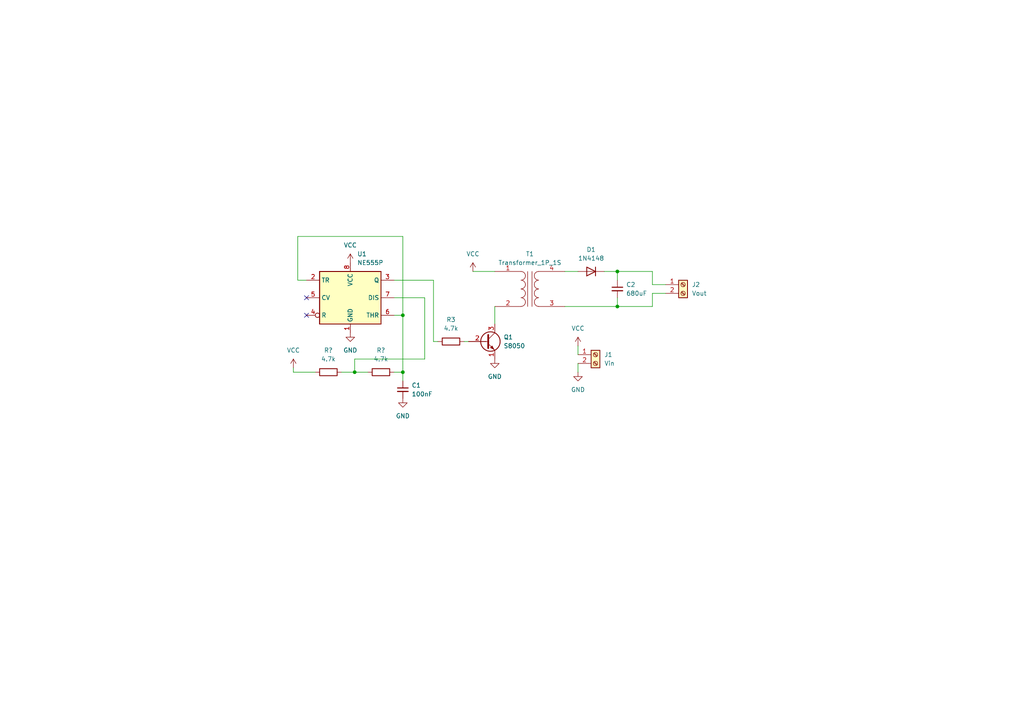
<source format=kicad_sch>
(kicad_sch (version 20211123) (generator eeschema)

  (uuid af347946-e3da-4427-87ab-77b747929f50)

  (paper "A4")

  (lib_symbols
    (symbol "Connector:Screw_Terminal_01x02" (pin_names (offset 1.016) hide) (in_bom yes) (on_board yes)
      (property "Reference" "J" (id 0) (at 0 2.54 0)
        (effects (font (size 1.27 1.27)))
      )
      (property "Value" "Screw_Terminal_01x02" (id 1) (at 0 -5.08 0)
        (effects (font (size 1.27 1.27)))
      )
      (property "Footprint" "" (id 2) (at 0 0 0)
        (effects (font (size 1.27 1.27)) hide)
      )
      (property "Datasheet" "~" (id 3) (at 0 0 0)
        (effects (font (size 1.27 1.27)) hide)
      )
      (property "ki_keywords" "screw terminal" (id 4) (at 0 0 0)
        (effects (font (size 1.27 1.27)) hide)
      )
      (property "ki_description" "Generic screw terminal, single row, 01x02, script generated (kicad-library-utils/schlib/autogen/connector/)" (id 5) (at 0 0 0)
        (effects (font (size 1.27 1.27)) hide)
      )
      (property "ki_fp_filters" "TerminalBlock*:*" (id 6) (at 0 0 0)
        (effects (font (size 1.27 1.27)) hide)
      )
      (symbol "Screw_Terminal_01x02_1_1"
        (rectangle (start -1.27 1.27) (end 1.27 -3.81)
          (stroke (width 0.254) (type default) (color 0 0 0 0))
          (fill (type background))
        )
        (circle (center 0 -2.54) (radius 0.635)
          (stroke (width 0.1524) (type default) (color 0 0 0 0))
          (fill (type none))
        )
        (polyline
          (pts
            (xy -0.5334 -2.2098)
            (xy 0.3302 -3.048)
          )
          (stroke (width 0.1524) (type default) (color 0 0 0 0))
          (fill (type none))
        )
        (polyline
          (pts
            (xy -0.5334 0.3302)
            (xy 0.3302 -0.508)
          )
          (stroke (width 0.1524) (type default) (color 0 0 0 0))
          (fill (type none))
        )
        (polyline
          (pts
            (xy -0.3556 -2.032)
            (xy 0.508 -2.8702)
          )
          (stroke (width 0.1524) (type default) (color 0 0 0 0))
          (fill (type none))
        )
        (polyline
          (pts
            (xy -0.3556 0.508)
            (xy 0.508 -0.3302)
          )
          (stroke (width 0.1524) (type default) (color 0 0 0 0))
          (fill (type none))
        )
        (circle (center 0 0) (radius 0.635)
          (stroke (width 0.1524) (type default) (color 0 0 0 0))
          (fill (type none))
        )
        (pin passive line (at -5.08 0 0) (length 3.81)
          (name "Pin_1" (effects (font (size 1.27 1.27))))
          (number "1" (effects (font (size 1.27 1.27))))
        )
        (pin passive line (at -5.08 -2.54 0) (length 3.81)
          (name "Pin_2" (effects (font (size 1.27 1.27))))
          (number "2" (effects (font (size 1.27 1.27))))
        )
      )
    )
    (symbol "Device:C_Small" (pin_numbers hide) (pin_names (offset 0.254) hide) (in_bom yes) (on_board yes)
      (property "Reference" "C" (id 0) (at 0.254 1.778 0)
        (effects (font (size 1.27 1.27)) (justify left))
      )
      (property "Value" "C_Small" (id 1) (at 0.254 -2.032 0)
        (effects (font (size 1.27 1.27)) (justify left))
      )
      (property "Footprint" "" (id 2) (at 0 0 0)
        (effects (font (size 1.27 1.27)) hide)
      )
      (property "Datasheet" "~" (id 3) (at 0 0 0)
        (effects (font (size 1.27 1.27)) hide)
      )
      (property "ki_keywords" "capacitor cap" (id 4) (at 0 0 0)
        (effects (font (size 1.27 1.27)) hide)
      )
      (property "ki_description" "Unpolarized capacitor, small symbol" (id 5) (at 0 0 0)
        (effects (font (size 1.27 1.27)) hide)
      )
      (property "ki_fp_filters" "C_*" (id 6) (at 0 0 0)
        (effects (font (size 1.27 1.27)) hide)
      )
      (symbol "C_Small_0_1"
        (polyline
          (pts
            (xy -1.524 -0.508)
            (xy 1.524 -0.508)
          )
          (stroke (width 0.3302) (type default) (color 0 0 0 0))
          (fill (type none))
        )
        (polyline
          (pts
            (xy -1.524 0.508)
            (xy 1.524 0.508)
          )
          (stroke (width 0.3048) (type default) (color 0 0 0 0))
          (fill (type none))
        )
      )
      (symbol "C_Small_1_1"
        (pin passive line (at 0 2.54 270) (length 2.032)
          (name "~" (effects (font (size 1.27 1.27))))
          (number "1" (effects (font (size 1.27 1.27))))
        )
        (pin passive line (at 0 -2.54 90) (length 2.032)
          (name "~" (effects (font (size 1.27 1.27))))
          (number "2" (effects (font (size 1.27 1.27))))
        )
      )
    )
    (symbol "Device:R" (pin_numbers hide) (pin_names (offset 0)) (in_bom yes) (on_board yes)
      (property "Reference" "R" (id 0) (at 2.032 0 90)
        (effects (font (size 1.27 1.27)))
      )
      (property "Value" "R" (id 1) (at 0 0 90)
        (effects (font (size 1.27 1.27)))
      )
      (property "Footprint" "" (id 2) (at -1.778 0 90)
        (effects (font (size 1.27 1.27)) hide)
      )
      (property "Datasheet" "~" (id 3) (at 0 0 0)
        (effects (font (size 1.27 1.27)) hide)
      )
      (property "ki_keywords" "R res resistor" (id 4) (at 0 0 0)
        (effects (font (size 1.27 1.27)) hide)
      )
      (property "ki_description" "Resistor" (id 5) (at 0 0 0)
        (effects (font (size 1.27 1.27)) hide)
      )
      (property "ki_fp_filters" "R_*" (id 6) (at 0 0 0)
        (effects (font (size 1.27 1.27)) hide)
      )
      (symbol "R_0_1"
        (rectangle (start -1.016 -2.54) (end 1.016 2.54)
          (stroke (width 0.254) (type default) (color 0 0 0 0))
          (fill (type none))
        )
      )
      (symbol "R_1_1"
        (pin passive line (at 0 3.81 270) (length 1.27)
          (name "~" (effects (font (size 1.27 1.27))))
          (number "1" (effects (font (size 1.27 1.27))))
        )
        (pin passive line (at 0 -3.81 90) (length 1.27)
          (name "~" (effects (font (size 1.27 1.27))))
          (number "2" (effects (font (size 1.27 1.27))))
        )
      )
    )
    (symbol "Device:Transformer_1P_1S" (pin_names (offset 1.016) hide) (in_bom yes) (on_board yes)
      (property "Reference" "T" (id 0) (at 0 6.35 0)
        (effects (font (size 1.27 1.27)))
      )
      (property "Value" "Transformer_1P_1S" (id 1) (at 0 -7.62 0)
        (effects (font (size 1.27 1.27)))
      )
      (property "Footprint" "" (id 2) (at 0 0 0)
        (effects (font (size 1.27 1.27)) hide)
      )
      (property "Datasheet" "~" (id 3) (at 0 0 0)
        (effects (font (size 1.27 1.27)) hide)
      )
      (property "ki_keywords" "transformer coil magnet" (id 4) (at 0 0 0)
        (effects (font (size 1.27 1.27)) hide)
      )
      (property "ki_description" "Transformer, single primary, single secondary" (id 5) (at 0 0 0)
        (effects (font (size 1.27 1.27)) hide)
      )
      (symbol "Transformer_1P_1S_0_1"
        (arc (start -2.54 -5.0546) (mid -1.6599 -4.6901) (end -1.27 -3.81)
          (stroke (width 0) (type default) (color 0 0 0 0))
          (fill (type none))
        )
        (arc (start -2.54 -2.5146) (mid -1.6599 -2.1501) (end -1.27 -1.27)
          (stroke (width 0) (type default) (color 0 0 0 0))
          (fill (type none))
        )
        (arc (start -2.54 0.0254) (mid -1.6599 0.3899) (end -1.27 1.27)
          (stroke (width 0) (type default) (color 0 0 0 0))
          (fill (type none))
        )
        (arc (start -2.54 2.5654) (mid -1.6599 2.9299) (end -1.27 3.81)
          (stroke (width 0) (type default) (color 0 0 0 0))
          (fill (type none))
        )
        (arc (start -1.27 -3.81) (mid -1.642 -2.912) (end -2.54 -2.54)
          (stroke (width 0) (type default) (color 0 0 0 0))
          (fill (type none))
        )
        (arc (start -1.27 -1.27) (mid -1.642 -0.372) (end -2.54 0)
          (stroke (width 0) (type default) (color 0 0 0 0))
          (fill (type none))
        )
        (arc (start -1.27 1.27) (mid -1.642 2.168) (end -2.54 2.54)
          (stroke (width 0) (type default) (color 0 0 0 0))
          (fill (type none))
        )
        (arc (start -1.27 3.81) (mid -1.642 4.708) (end -2.54 5.08)
          (stroke (width 0) (type default) (color 0 0 0 0))
          (fill (type none))
        )
        (polyline
          (pts
            (xy -0.635 5.08)
            (xy -0.635 -5.08)
          )
          (stroke (width 0) (type default) (color 0 0 0 0))
          (fill (type none))
        )
        (polyline
          (pts
            (xy 0.635 -5.08)
            (xy 0.635 5.08)
          )
          (stroke (width 0) (type default) (color 0 0 0 0))
          (fill (type none))
        )
        (arc (start 1.2954 -1.27) (mid 1.6599 -2.1501) (end 2.54 -2.5146)
          (stroke (width 0) (type default) (color 0 0 0 0))
          (fill (type none))
        )
        (arc (start 1.2954 1.27) (mid 1.6599 0.3899) (end 2.54 0.0254)
          (stroke (width 0) (type default) (color 0 0 0 0))
          (fill (type none))
        )
        (arc (start 1.2954 3.81) (mid 1.6599 2.9299) (end 2.54 2.5654)
          (stroke (width 0) (type default) (color 0 0 0 0))
          (fill (type none))
        )
        (arc (start 1.3208 -3.81) (mid 1.6853 -4.6901) (end 2.5654 -5.0546)
          (stroke (width 0) (type default) (color 0 0 0 0))
          (fill (type none))
        )
        (arc (start 2.54 0) (mid 1.642 -0.372) (end 1.2954 -1.27)
          (stroke (width 0) (type default) (color 0 0 0 0))
          (fill (type none))
        )
        (arc (start 2.54 2.54) (mid 1.642 2.168) (end 1.2954 1.27)
          (stroke (width 0) (type default) (color 0 0 0 0))
          (fill (type none))
        )
        (arc (start 2.54 5.08) (mid 1.642 4.708) (end 1.2954 3.81)
          (stroke (width 0) (type default) (color 0 0 0 0))
          (fill (type none))
        )
        (arc (start 2.5654 -2.54) (mid 1.6674 -2.912) (end 1.3208 -3.81)
          (stroke (width 0) (type default) (color 0 0 0 0))
          (fill (type none))
        )
      )
      (symbol "Transformer_1P_1S_1_1"
        (pin passive line (at -10.16 5.08 0) (length 7.62)
          (name "AA" (effects (font (size 1.27 1.27))))
          (number "1" (effects (font (size 1.27 1.27))))
        )
        (pin passive line (at -10.16 -5.08 0) (length 7.62)
          (name "AB" (effects (font (size 1.27 1.27))))
          (number "2" (effects (font (size 1.27 1.27))))
        )
        (pin passive line (at 10.16 -5.08 180) (length 7.62)
          (name "SA" (effects (font (size 1.27 1.27))))
          (number "3" (effects (font (size 1.27 1.27))))
        )
        (pin passive line (at 10.16 5.08 180) (length 7.62)
          (name "SB" (effects (font (size 1.27 1.27))))
          (number "4" (effects (font (size 1.27 1.27))))
        )
      )
    )
    (symbol "Diode:1N4148" (pin_numbers hide) (pin_names (offset 1.016) hide) (in_bom yes) (on_board yes)
      (property "Reference" "D" (id 0) (at 0 2.54 0)
        (effects (font (size 1.27 1.27)))
      )
      (property "Value" "1N4148" (id 1) (at 0 -2.54 0)
        (effects (font (size 1.27 1.27)))
      )
      (property "Footprint" "Diode_THT:D_DO-35_SOD27_P7.62mm_Horizontal" (id 2) (at 0 -4.445 0)
        (effects (font (size 1.27 1.27)) hide)
      )
      (property "Datasheet" "https://assets.nexperia.com/documents/data-sheet/1N4148_1N4448.pdf" (id 3) (at 0 0 0)
        (effects (font (size 1.27 1.27)) hide)
      )
      (property "ki_keywords" "diode" (id 4) (at 0 0 0)
        (effects (font (size 1.27 1.27)) hide)
      )
      (property "ki_description" "100V 0.15A standard switching diode, DO-35" (id 5) (at 0 0 0)
        (effects (font (size 1.27 1.27)) hide)
      )
      (property "ki_fp_filters" "D*DO?35*" (id 6) (at 0 0 0)
        (effects (font (size 1.27 1.27)) hide)
      )
      (symbol "1N4148_0_1"
        (polyline
          (pts
            (xy -1.27 1.27)
            (xy -1.27 -1.27)
          )
          (stroke (width 0.254) (type default) (color 0 0 0 0))
          (fill (type none))
        )
        (polyline
          (pts
            (xy 1.27 0)
            (xy -1.27 0)
          )
          (stroke (width 0) (type default) (color 0 0 0 0))
          (fill (type none))
        )
        (polyline
          (pts
            (xy 1.27 1.27)
            (xy 1.27 -1.27)
            (xy -1.27 0)
            (xy 1.27 1.27)
          )
          (stroke (width 0.254) (type default) (color 0 0 0 0))
          (fill (type none))
        )
      )
      (symbol "1N4148_1_1"
        (pin passive line (at -3.81 0 0) (length 2.54)
          (name "K" (effects (font (size 1.27 1.27))))
          (number "1" (effects (font (size 1.27 1.27))))
        )
        (pin passive line (at 3.81 0 180) (length 2.54)
          (name "A" (effects (font (size 1.27 1.27))))
          (number "2" (effects (font (size 1.27 1.27))))
        )
      )
    )
    (symbol "Timer:NE555P" (in_bom yes) (on_board yes)
      (property "Reference" "U" (id 0) (at -10.16 8.89 0)
        (effects (font (size 1.27 1.27)) (justify left))
      )
      (property "Value" "NE555P" (id 1) (at 2.54 8.89 0)
        (effects (font (size 1.27 1.27)) (justify left))
      )
      (property "Footprint" "Package_DIP:DIP-8_W7.62mm" (id 2) (at 16.51 -10.16 0)
        (effects (font (size 1.27 1.27)) hide)
      )
      (property "Datasheet" "http://www.ti.com/lit/ds/symlink/ne555.pdf" (id 3) (at 21.59 -10.16 0)
        (effects (font (size 1.27 1.27)) hide)
      )
      (property "ki_keywords" "single timer 555" (id 4) (at 0 0 0)
        (effects (font (size 1.27 1.27)) hide)
      )
      (property "ki_description" "Precision Timers, 555 compatible,  PDIP-8" (id 5) (at 0 0 0)
        (effects (font (size 1.27 1.27)) hide)
      )
      (property "ki_fp_filters" "DIP*W7.62mm*" (id 6) (at 0 0 0)
        (effects (font (size 1.27 1.27)) hide)
      )
      (symbol "NE555P_0_0"
        (pin power_in line (at 0 -10.16 90) (length 2.54)
          (name "GND" (effects (font (size 1.27 1.27))))
          (number "1" (effects (font (size 1.27 1.27))))
        )
        (pin power_in line (at 0 10.16 270) (length 2.54)
          (name "VCC" (effects (font (size 1.27 1.27))))
          (number "8" (effects (font (size 1.27 1.27))))
        )
      )
      (symbol "NE555P_0_1"
        (rectangle (start -8.89 -7.62) (end 8.89 7.62)
          (stroke (width 0.254) (type default) (color 0 0 0 0))
          (fill (type background))
        )
        (rectangle (start -8.89 -7.62) (end 8.89 7.62)
          (stroke (width 0.254) (type default) (color 0 0 0 0))
          (fill (type background))
        )
      )
      (symbol "NE555P_1_1"
        (pin input line (at -12.7 5.08 0) (length 3.81)
          (name "TR" (effects (font (size 1.27 1.27))))
          (number "2" (effects (font (size 1.27 1.27))))
        )
        (pin output line (at 12.7 5.08 180) (length 3.81)
          (name "Q" (effects (font (size 1.27 1.27))))
          (number "3" (effects (font (size 1.27 1.27))))
        )
        (pin input inverted (at -12.7 -5.08 0) (length 3.81)
          (name "R" (effects (font (size 1.27 1.27))))
          (number "4" (effects (font (size 1.27 1.27))))
        )
        (pin input line (at -12.7 0 0) (length 3.81)
          (name "CV" (effects (font (size 1.27 1.27))))
          (number "5" (effects (font (size 1.27 1.27))))
        )
        (pin input line (at 12.7 -5.08 180) (length 3.81)
          (name "THR" (effects (font (size 1.27 1.27))))
          (number "6" (effects (font (size 1.27 1.27))))
        )
        (pin input line (at 12.7 0 180) (length 3.81)
          (name "DIS" (effects (font (size 1.27 1.27))))
          (number "7" (effects (font (size 1.27 1.27))))
        )
      )
    )
    (symbol "Transistor_BJT:S8050" (pin_names (offset 0) hide) (in_bom yes) (on_board yes)
      (property "Reference" "Q" (id 0) (at 5.08 1.905 0)
        (effects (font (size 1.27 1.27)) (justify left))
      )
      (property "Value" "S8050" (id 1) (at 5.08 0 0)
        (effects (font (size 1.27 1.27)) (justify left))
      )
      (property "Footprint" "Package_TO_SOT_THT:TO-92_Inline" (id 2) (at 5.08 -1.905 0)
        (effects (font (size 1.27 1.27) italic) (justify left) hide)
      )
      (property "Datasheet" "http://www.unisonic.com.tw/datasheet/S8050.pdf" (id 3) (at 0 0 0)
        (effects (font (size 1.27 1.27)) (justify left) hide)
      )
      (property "ki_keywords" "S8050 NPN Low Voltage High Current Transistor" (id 4) (at 0 0 0)
        (effects (font (size 1.27 1.27)) hide)
      )
      (property "ki_description" "0.7A Ic, 20V Vce, Low Voltage High Current NPN Transistor, TO-92" (id 5) (at 0 0 0)
        (effects (font (size 1.27 1.27)) hide)
      )
      (property "ki_fp_filters" "TO?92*" (id 6) (at 0 0 0)
        (effects (font (size 1.27 1.27)) hide)
      )
      (symbol "S8050_0_1"
        (polyline
          (pts
            (xy 0 0)
            (xy 0.635 0)
          )
          (stroke (width 0) (type default) (color 0 0 0 0))
          (fill (type none))
        )
        (polyline
          (pts
            (xy 0.635 0.635)
            (xy 2.54 2.54)
          )
          (stroke (width 0) (type default) (color 0 0 0 0))
          (fill (type none))
        )
        (polyline
          (pts
            (xy 0.635 -0.635)
            (xy 2.54 -2.54)
            (xy 2.54 -2.54)
          )
          (stroke (width 0) (type default) (color 0 0 0 0))
          (fill (type none))
        )
        (polyline
          (pts
            (xy 0.635 1.905)
            (xy 0.635 -1.905)
            (xy 0.635 -1.905)
          )
          (stroke (width 0.508) (type default) (color 0 0 0 0))
          (fill (type none))
        )
        (polyline
          (pts
            (xy 1.27 -1.778)
            (xy 1.778 -1.27)
            (xy 2.286 -2.286)
            (xy 1.27 -1.778)
            (xy 1.27 -1.778)
          )
          (stroke (width 0) (type default) (color 0 0 0 0))
          (fill (type outline))
        )
        (circle (center 1.27 0) (radius 2.8194)
          (stroke (width 0.254) (type default) (color 0 0 0 0))
          (fill (type none))
        )
      )
      (symbol "S8050_1_1"
        (pin passive line (at 2.54 -5.08 90) (length 2.54)
          (name "E" (effects (font (size 1.27 1.27))))
          (number "1" (effects (font (size 1.27 1.27))))
        )
        (pin input line (at -5.08 0 0) (length 5.08)
          (name "B" (effects (font (size 1.27 1.27))))
          (number "2" (effects (font (size 1.27 1.27))))
        )
        (pin passive line (at 2.54 5.08 270) (length 2.54)
          (name "C" (effects (font (size 1.27 1.27))))
          (number "3" (effects (font (size 1.27 1.27))))
        )
      )
    )
    (symbol "power:GND" (power) (pin_names (offset 0)) (in_bom yes) (on_board yes)
      (property "Reference" "#PWR" (id 0) (at 0 -6.35 0)
        (effects (font (size 1.27 1.27)) hide)
      )
      (property "Value" "GND" (id 1) (at 0 -3.81 0)
        (effects (font (size 1.27 1.27)))
      )
      (property "Footprint" "" (id 2) (at 0 0 0)
        (effects (font (size 1.27 1.27)) hide)
      )
      (property "Datasheet" "" (id 3) (at 0 0 0)
        (effects (font (size 1.27 1.27)) hide)
      )
      (property "ki_keywords" "power-flag" (id 4) (at 0 0 0)
        (effects (font (size 1.27 1.27)) hide)
      )
      (property "ki_description" "Power symbol creates a global label with name \"GND\" , ground" (id 5) (at 0 0 0)
        (effects (font (size 1.27 1.27)) hide)
      )
      (symbol "GND_0_1"
        (polyline
          (pts
            (xy 0 0)
            (xy 0 -1.27)
            (xy 1.27 -1.27)
            (xy 0 -2.54)
            (xy -1.27 -1.27)
            (xy 0 -1.27)
          )
          (stroke (width 0) (type default) (color 0 0 0 0))
          (fill (type none))
        )
      )
      (symbol "GND_1_1"
        (pin power_in line (at 0 0 270) (length 0) hide
          (name "GND" (effects (font (size 1.27 1.27))))
          (number "1" (effects (font (size 1.27 1.27))))
        )
      )
    )
    (symbol "power:VCC" (power) (pin_names (offset 0)) (in_bom yes) (on_board yes)
      (property "Reference" "#PWR" (id 0) (at 0 -3.81 0)
        (effects (font (size 1.27 1.27)) hide)
      )
      (property "Value" "VCC" (id 1) (at 0 3.81 0)
        (effects (font (size 1.27 1.27)))
      )
      (property "Footprint" "" (id 2) (at 0 0 0)
        (effects (font (size 1.27 1.27)) hide)
      )
      (property "Datasheet" "" (id 3) (at 0 0 0)
        (effects (font (size 1.27 1.27)) hide)
      )
      (property "ki_keywords" "power-flag" (id 4) (at 0 0 0)
        (effects (font (size 1.27 1.27)) hide)
      )
      (property "ki_description" "Power symbol creates a global label with name \"VCC\"" (id 5) (at 0 0 0)
        (effects (font (size 1.27 1.27)) hide)
      )
      (symbol "VCC_0_1"
        (polyline
          (pts
            (xy -0.762 1.27)
            (xy 0 2.54)
          )
          (stroke (width 0) (type default) (color 0 0 0 0))
          (fill (type none))
        )
        (polyline
          (pts
            (xy 0 0)
            (xy 0 2.54)
          )
          (stroke (width 0) (type default) (color 0 0 0 0))
          (fill (type none))
        )
        (polyline
          (pts
            (xy 0 2.54)
            (xy 0.762 1.27)
          )
          (stroke (width 0) (type default) (color 0 0 0 0))
          (fill (type none))
        )
      )
      (symbol "VCC_1_1"
        (pin power_in line (at 0 0 90) (length 0) hide
          (name "VCC" (effects (font (size 1.27 1.27))))
          (number "1" (effects (font (size 1.27 1.27))))
        )
      )
    )
  )

  (junction (at 179.07 88.9) (diameter 0) (color 0 0 0 0)
    (uuid d64171eb-1fb5-4c52-a004-fc9bb47d66e3)
  )
  (junction (at 179.07 78.74) (diameter 0) (color 0 0 0 0)
    (uuid dbf581f1-03e7-4d12-8303-0e498506aa17)
  )
  (junction (at 102.87 107.95) (diameter 0) (color 0 0 0 0)
    (uuid e14da8fa-a9c9-491b-949c-5e9a71eb46cd)
  )
  (junction (at 116.84 107.95) (diameter 0) (color 0 0 0 0)
    (uuid e339ff66-b3bf-4d0c-a6b6-e4e71fb15e48)
  )
  (junction (at 116.84 91.44) (diameter 0) (color 0 0 0 0)
    (uuid ee29511b-94fe-4f5d-b84b-9c7348f0f9d8)
  )

  (no_connect (at 88.9 91.44) (uuid f12d2e9f-d77a-4d62-b9b8-bbbed783aaac))
  (no_connect (at 88.9 86.36) (uuid f12d2e9f-d77a-4d62-b9b8-bbbed783aaac))

  (wire (pts (xy 189.23 78.74) (xy 179.07 78.74))
    (stroke (width 0) (type default) (color 0 0 0 0))
    (uuid 0ab9b269-f8f3-476c-acff-ee3d0f5de54d)
  )
  (wire (pts (xy 125.73 81.28) (xy 114.3 81.28))
    (stroke (width 0) (type default) (color 0 0 0 0))
    (uuid 1b59cf6a-1ad8-4675-bd85-ebee6e76ca16)
  )
  (wire (pts (xy 167.64 100.33) (xy 167.64 102.87))
    (stroke (width 0) (type default) (color 0 0 0 0))
    (uuid 1cc9ad63-7e7d-4620-bf41-0f80793fb0ef)
  )
  (wire (pts (xy 88.9 81.28) (xy 86.36 81.28))
    (stroke (width 0) (type default) (color 0 0 0 0))
    (uuid 1ec1f148-14a6-4a99-8c1b-93265667e108)
  )
  (wire (pts (xy 179.07 88.9) (xy 189.23 88.9))
    (stroke (width 0) (type default) (color 0 0 0 0))
    (uuid 2614bb2d-730b-47a7-a4b8-f085ffdf4e1b)
  )
  (wire (pts (xy 189.23 88.9) (xy 189.23 85.09))
    (stroke (width 0) (type default) (color 0 0 0 0))
    (uuid 29c05144-4e1a-46e6-a9c8-e1b751f0db1a)
  )
  (wire (pts (xy 134.62 99.06) (xy 135.89 99.06))
    (stroke (width 0) (type default) (color 0 0 0 0))
    (uuid 357558eb-d728-4ced-b1db-86f29d6e2eaf)
  )
  (wire (pts (xy 114.3 107.95) (xy 116.84 107.95))
    (stroke (width 0) (type default) (color 0 0 0 0))
    (uuid 40f5edee-7fbb-4562-b39a-eac2456ed7f7)
  )
  (wire (pts (xy 116.84 68.58) (xy 116.84 91.44))
    (stroke (width 0) (type default) (color 0 0 0 0))
    (uuid 433abe51-2a3b-49f5-9dcd-16193b46a1f2)
  )
  (wire (pts (xy 99.06 107.95) (xy 102.87 107.95))
    (stroke (width 0) (type default) (color 0 0 0 0))
    (uuid 54e79db6-a1ce-4df2-b1bc-e75950296dc0)
  )
  (wire (pts (xy 127 99.06) (xy 125.73 99.06))
    (stroke (width 0) (type default) (color 0 0 0 0))
    (uuid 5b80163a-9aa1-48cb-ae86-7baf742965a5)
  )
  (wire (pts (xy 123.19 86.36) (xy 114.3 86.36))
    (stroke (width 0) (type default) (color 0 0 0 0))
    (uuid 5f101994-4bd1-48dc-bb88-b2bf7e79e1dd)
  )
  (wire (pts (xy 86.36 68.58) (xy 116.84 68.58))
    (stroke (width 0) (type default) (color 0 0 0 0))
    (uuid 609da5ae-44e1-46a9-b36d-7060b09712e1)
  )
  (wire (pts (xy 86.36 81.28) (xy 86.36 68.58))
    (stroke (width 0) (type default) (color 0 0 0 0))
    (uuid 69ebe850-9437-4083-9fef-3c7d9b177415)
  )
  (wire (pts (xy 102.87 104.14) (xy 123.19 104.14))
    (stroke (width 0) (type default) (color 0 0 0 0))
    (uuid 6e301da0-4529-4291-ade5-a5c1f1bca619)
  )
  (wire (pts (xy 116.84 107.95) (xy 116.84 110.49))
    (stroke (width 0) (type default) (color 0 0 0 0))
    (uuid 6eece416-1efd-43f9-99b5-56c65fc8d088)
  )
  (wire (pts (xy 85.09 107.95) (xy 91.44 107.95))
    (stroke (width 0) (type default) (color 0 0 0 0))
    (uuid 727bb624-6269-44ad-b03c-dc8c4f7fc18c)
  )
  (wire (pts (xy 193.04 82.55) (xy 189.23 82.55))
    (stroke (width 0) (type default) (color 0 0 0 0))
    (uuid 7db52073-1d8e-4401-b3bf-ffbeb19b1e37)
  )
  (wire (pts (xy 167.64 105.41) (xy 167.64 107.95))
    (stroke (width 0) (type default) (color 0 0 0 0))
    (uuid 8806de4a-e2b4-4e76-85e1-f53277739634)
  )
  (wire (pts (xy 114.3 91.44) (xy 116.84 91.44))
    (stroke (width 0) (type default) (color 0 0 0 0))
    (uuid 94484ee9-e396-4820-80b2-56f4356bdd8f)
  )
  (wire (pts (xy 189.23 85.09) (xy 193.04 85.09))
    (stroke (width 0) (type default) (color 0 0 0 0))
    (uuid a1fcbc65-dd61-44c2-8ce2-9cc802c42e0c)
  )
  (wire (pts (xy 116.84 91.44) (xy 116.84 107.95))
    (stroke (width 0) (type default) (color 0 0 0 0))
    (uuid a841752a-bdd1-45c7-ad98-739e9d978e85)
  )
  (wire (pts (xy 179.07 86.36) (xy 179.07 88.9))
    (stroke (width 0) (type default) (color 0 0 0 0))
    (uuid b3588dd5-372c-480d-a7e4-2052305f5241)
  )
  (wire (pts (xy 179.07 78.74) (xy 179.07 81.28))
    (stroke (width 0) (type default) (color 0 0 0 0))
    (uuid b3b3a1b9-44e0-44ed-9cb6-ec48f2552af4)
  )
  (wire (pts (xy 163.83 88.9) (xy 179.07 88.9))
    (stroke (width 0) (type default) (color 0 0 0 0))
    (uuid c6d490a2-dfb6-4758-b750-fc2d249fd9fa)
  )
  (wire (pts (xy 163.83 78.74) (xy 167.64 78.74))
    (stroke (width 0) (type default) (color 0 0 0 0))
    (uuid d0df5f81-4fcf-4bc9-a1dd-e56e02c93b9c)
  )
  (wire (pts (xy 143.51 88.9) (xy 143.51 93.98))
    (stroke (width 0) (type default) (color 0 0 0 0))
    (uuid d266ee53-a3b5-41d8-be8a-34727e9cdf4b)
  )
  (wire (pts (xy 137.16 78.74) (xy 143.51 78.74))
    (stroke (width 0) (type default) (color 0 0 0 0))
    (uuid d503a98b-30c4-45ab-bd27-60bbe085c716)
  )
  (wire (pts (xy 102.87 107.95) (xy 102.87 104.14))
    (stroke (width 0) (type default) (color 0 0 0 0))
    (uuid da04604c-0311-4b91-bd0e-0ca7c6c1422d)
  )
  (wire (pts (xy 175.26 78.74) (xy 179.07 78.74))
    (stroke (width 0) (type default) (color 0 0 0 0))
    (uuid dc9d3d40-93b8-44e0-b0a6-3efbe3400d1b)
  )
  (wire (pts (xy 102.87 107.95) (xy 106.68 107.95))
    (stroke (width 0) (type default) (color 0 0 0 0))
    (uuid de08f6c7-0dba-4b07-8e71-d52069fb0fa9)
  )
  (wire (pts (xy 189.23 82.55) (xy 189.23 78.74))
    (stroke (width 0) (type default) (color 0 0 0 0))
    (uuid ea39cb53-289e-48f7-a090-645404f51813)
  )
  (wire (pts (xy 123.19 104.14) (xy 123.19 86.36))
    (stroke (width 0) (type default) (color 0 0 0 0))
    (uuid f7c9f352-5695-401e-9e3f-e14577bcaa4c)
  )
  (wire (pts (xy 85.09 106.68) (xy 85.09 107.95))
    (stroke (width 0) (type default) (color 0 0 0 0))
    (uuid f928ae6c-c99e-4b34-bed5-e91133c711c8)
  )
  (wire (pts (xy 125.73 99.06) (xy 125.73 81.28))
    (stroke (width 0) (type default) (color 0 0 0 0))
    (uuid ff571808-7b30-43db-969f-f105f24018f3)
  )

  (symbol (lib_id "Transistor_BJT:S8050") (at 140.97 99.06 0) (unit 1)
    (in_bom yes) (on_board yes) (fields_autoplaced)
    (uuid 0b2da3ef-2445-490e-b668-8ae41309ee36)
    (property "Reference" "Q1" (id 0) (at 146.05 97.7899 0)
      (effects (font (size 1.27 1.27)) (justify left))
    )
    (property "Value" "" (id 1) (at 146.05 100.3299 0)
      (effects (font (size 1.27 1.27)) (justify left))
    )
    (property "Footprint" "" (id 2) (at 146.05 100.965 0)
      (effects (font (size 1.27 1.27) italic) (justify left) hide)
    )
    (property "Datasheet" "http://www.unisonic.com.tw/datasheet/S8050.pdf" (id 3) (at 140.97 99.06 0)
      (effects (font (size 1.27 1.27)) (justify left) hide)
    )
    (pin "1" (uuid 5e27c7e3-130d-477a-b693-9d7d6d05e3e3))
    (pin "2" (uuid c50a4250-2225-4797-b4a1-1bc3d1138c0f))
    (pin "3" (uuid 11d75bf4-5480-4a2f-baa3-58a51cac0470))
  )

  (symbol (lib_id "Diode:1N4148") (at 171.45 78.74 180) (unit 1)
    (in_bom yes) (on_board yes) (fields_autoplaced)
    (uuid 0b8b4750-7729-44b5-8e0a-30b9e9fd9f34)
    (property "Reference" "D1" (id 0) (at 171.45 72.39 0))
    (property "Value" "" (id 1) (at 171.45 74.93 0))
    (property "Footprint" "" (id 2) (at 171.45 74.295 0)
      (effects (font (size 1.27 1.27)) hide)
    )
    (property "Datasheet" "https://assets.nexperia.com/documents/data-sheet/1N4148_1N4448.pdf" (id 3) (at 171.45 78.74 0)
      (effects (font (size 1.27 1.27)) hide)
    )
    (pin "1" (uuid 7e7558c5-e60c-4f14-93b5-2a571b80a783))
    (pin "2" (uuid 5a0304ca-711e-43ef-8b44-c1c180904dbf))
  )

  (symbol (lib_id "power:VCC") (at 85.09 106.68 0) (unit 1)
    (in_bom yes) (on_board yes) (fields_autoplaced)
    (uuid 1bb72817-b735-4da9-8eb5-c64d7a35e9ba)
    (property "Reference" "#PWR?" (id 0) (at 85.09 110.49 0)
      (effects (font (size 1.27 1.27)) hide)
    )
    (property "Value" "VCC" (id 1) (at 85.09 101.6 0))
    (property "Footprint" "" (id 2) (at 85.09 106.68 0)
      (effects (font (size 1.27 1.27)) hide)
    )
    (property "Datasheet" "" (id 3) (at 85.09 106.68 0)
      (effects (font (size 1.27 1.27)) hide)
    )
    (pin "1" (uuid 908330c8-63d5-4231-bc9a-bb9d831da0e3))
  )

  (symbol (lib_id "power:GND") (at 143.51 104.14 0) (unit 1)
    (in_bom yes) (on_board yes) (fields_autoplaced)
    (uuid 24da91e1-4b2d-4e79-a096-b2424715c2dc)
    (property "Reference" "#PWR?" (id 0) (at 143.51 110.49 0)
      (effects (font (size 1.27 1.27)) hide)
    )
    (property "Value" "" (id 1) (at 143.51 109.22 0))
    (property "Footprint" "" (id 2) (at 143.51 104.14 0)
      (effects (font (size 1.27 1.27)) hide)
    )
    (property "Datasheet" "" (id 3) (at 143.51 104.14 0)
      (effects (font (size 1.27 1.27)) hide)
    )
    (pin "1" (uuid b736deba-cfbf-4b00-9b67-a2b790ef5dcd))
  )

  (symbol (lib_id "power:VCC") (at 137.16 78.74 0) (unit 1)
    (in_bom yes) (on_board yes) (fields_autoplaced)
    (uuid 3156f935-8f07-4c95-91c9-a65926efac68)
    (property "Reference" "#PWR?" (id 0) (at 137.16 82.55 0)
      (effects (font (size 1.27 1.27)) hide)
    )
    (property "Value" "" (id 1) (at 137.16 73.66 0))
    (property "Footprint" "" (id 2) (at 137.16 78.74 0)
      (effects (font (size 1.27 1.27)) hide)
    )
    (property "Datasheet" "" (id 3) (at 137.16 78.74 0)
      (effects (font (size 1.27 1.27)) hide)
    )
    (pin "1" (uuid ca1b9fd2-b00f-45d2-8bff-f07a4fbdfe71))
  )

  (symbol (lib_id "power:VCC") (at 101.6 76.2 0) (unit 1)
    (in_bom yes) (on_board yes) (fields_autoplaced)
    (uuid 33fd5c9a-30db-4146-9121-eae7a008f9ca)
    (property "Reference" "#PWR?" (id 0) (at 101.6 80.01 0)
      (effects (font (size 1.27 1.27)) hide)
    )
    (property "Value" "" (id 1) (at 101.6 71.12 0))
    (property "Footprint" "" (id 2) (at 101.6 76.2 0)
      (effects (font (size 1.27 1.27)) hide)
    )
    (property "Datasheet" "" (id 3) (at 101.6 76.2 0)
      (effects (font (size 1.27 1.27)) hide)
    )
    (pin "1" (uuid 6f977c97-5675-461c-95da-fc9f411e0350))
  )

  (symbol (lib_id "power:GND") (at 101.6 96.52 0) (unit 1)
    (in_bom yes) (on_board yes) (fields_autoplaced)
    (uuid 36c42c88-b40d-4d04-9ba8-572ff0b8a0ff)
    (property "Reference" "#PWR?" (id 0) (at 101.6 102.87 0)
      (effects (font (size 1.27 1.27)) hide)
    )
    (property "Value" "GND" (id 1) (at 101.6 101.6 0))
    (property "Footprint" "" (id 2) (at 101.6 96.52 0)
      (effects (font (size 1.27 1.27)) hide)
    )
    (property "Datasheet" "" (id 3) (at 101.6 96.52 0)
      (effects (font (size 1.27 1.27)) hide)
    )
    (pin "1" (uuid 98641570-6355-46ff-850b-c98780e37e68))
  )

  (symbol (lib_id "Device:C_Small") (at 116.84 113.03 0) (unit 1)
    (in_bom yes) (on_board yes) (fields_autoplaced)
    (uuid 37912c52-17d9-4a45-909e-c6790bb0a689)
    (property "Reference" "C1" (id 0) (at 119.38 111.7662 0)
      (effects (font (size 1.27 1.27)) (justify left))
    )
    (property "Value" "" (id 1) (at 119.38 114.3062 0)
      (effects (font (size 1.27 1.27)) (justify left))
    )
    (property "Footprint" "" (id 2) (at 116.84 113.03 0)
      (effects (font (size 1.27 1.27)) hide)
    )
    (property "Datasheet" "~" (id 3) (at 116.84 113.03 0)
      (effects (font (size 1.27 1.27)) hide)
    )
    (pin "1" (uuid cdb72fd3-6093-48c7-a2ab-15f889e49b60))
    (pin "2" (uuid 09963988-539f-447e-9b24-c1da688ae1ed))
  )

  (symbol (lib_id "Device:Transformer_1P_1S") (at 153.67 83.82 0) (unit 1)
    (in_bom yes) (on_board yes) (fields_autoplaced)
    (uuid 51407367-8508-40e5-bdfc-e39b63854812)
    (property "Reference" "T1" (id 0) (at 153.6827 73.66 0))
    (property "Value" "" (id 1) (at 153.6827 76.2 0))
    (property "Footprint" "" (id 2) (at 153.67 83.82 0)
      (effects (font (size 1.27 1.27)) hide)
    )
    (property "Datasheet" "~" (id 3) (at 153.67 83.82 0)
      (effects (font (size 1.27 1.27)) hide)
    )
    (pin "1" (uuid 8bb6ea79-3367-4e22-b8d7-6f275fda6f15))
    (pin "2" (uuid b22575e4-0838-4d53-a202-9782ea057b6e))
    (pin "3" (uuid 8f66f8ce-b782-479c-bb13-b0f17be7fa48))
    (pin "4" (uuid a9099b8e-83d3-42a9-8fc6-6ccc4acfec5a))
  )

  (symbol (lib_id "Connector:Screw_Terminal_01x02") (at 172.72 102.87 0) (unit 1)
    (in_bom yes) (on_board yes) (fields_autoplaced)
    (uuid 617e787e-b00f-4656-b29a-5989b8fb9232)
    (property "Reference" "J1" (id 0) (at 175.26 102.8699 0)
      (effects (font (size 1.27 1.27)) (justify left))
    )
    (property "Value" "" (id 1) (at 175.26 105.4099 0)
      (effects (font (size 1.27 1.27)) (justify left))
    )
    (property "Footprint" "custom:screw_terminal_small_P_3.5" (id 2) (at 172.72 102.87 0)
      (effects (font (size 1.27 1.27)) hide)
    )
    (property "Datasheet" "~" (id 3) (at 172.72 102.87 0)
      (effects (font (size 1.27 1.27)) hide)
    )
    (pin "1" (uuid 85c2c9f1-f598-4997-8e20-da1afd33b931))
    (pin "2" (uuid 961f12f6-1dba-4f95-a674-cc8f2dc35320))
  )

  (symbol (lib_id "Device:R") (at 130.81 99.06 90) (unit 1)
    (in_bom yes) (on_board yes) (fields_autoplaced)
    (uuid 7dcd571c-8855-4865-97f3-987140ff2e9c)
    (property "Reference" "R3" (id 0) (at 130.81 92.71 90))
    (property "Value" "" (id 1) (at 130.81 95.25 90))
    (property "Footprint" "" (id 2) (at 130.81 100.838 90)
      (effects (font (size 1.27 1.27)) hide)
    )
    (property "Datasheet" "~" (id 3) (at 130.81 99.06 0)
      (effects (font (size 1.27 1.27)) hide)
    )
    (pin "1" (uuid fa35ff6f-9f09-4fba-bdda-fc9687622a5e))
    (pin "2" (uuid 67613a84-89d5-4591-897d-bf855efcab45))
  )

  (symbol (lib_id "Timer:NE555P") (at 101.6 86.36 0) (unit 1)
    (in_bom yes) (on_board yes) (fields_autoplaced)
    (uuid 814f078d-532c-408c-9bca-11cb9324ae9c)
    (property "Reference" "U1" (id 0) (at 103.6194 73.66 0)
      (effects (font (size 1.27 1.27)) (justify left))
    )
    (property "Value" "" (id 1) (at 103.6194 76.2 0)
      (effects (font (size 1.27 1.27)) (justify left))
    )
    (property "Footprint" "" (id 2) (at 118.11 96.52 0)
      (effects (font (size 1.27 1.27)) hide)
    )
    (property "Datasheet" "http://www.ti.com/lit/ds/symlink/ne555.pdf" (id 3) (at 123.19 96.52 0)
      (effects (font (size 1.27 1.27)) hide)
    )
    (pin "1" (uuid 70659b52-f7c5-4e69-82a6-f4ec18b8e0f3))
    (pin "8" (uuid dbeea90e-cae8-4578-83ea-8d0a37b4da65))
    (pin "2" (uuid 91d6da73-a3bb-4a45-9fd9-a59a8f598bf6))
    (pin "3" (uuid 046a5446-a481-4d22-8925-2e571e4b87d6))
    (pin "4" (uuid 288495dc-f106-4b4e-a51e-510786040547))
    (pin "5" (uuid 8cf4ed8f-d629-4589-a360-9f7646b1ca7a))
    (pin "6" (uuid ad04c2f6-1ac7-4eca-95b1-587ab653ed6e))
    (pin "7" (uuid c8b4bb8d-8df3-429c-9a3d-a29a9fe988d7))
  )

  (symbol (lib_id "Device:R") (at 95.25 107.95 90) (unit 1)
    (in_bom yes) (on_board yes) (fields_autoplaced)
    (uuid 81794a0f-f746-43ba-a2c9-08cd8225a466)
    (property "Reference" "R?" (id 0) (at 95.25 101.6 90))
    (property "Value" "4.7k" (id 1) (at 95.25 104.14 90))
    (property "Footprint" "" (id 2) (at 95.25 109.728 90)
      (effects (font (size 1.27 1.27)) hide)
    )
    (property "Datasheet" "~" (id 3) (at 95.25 107.95 0)
      (effects (font (size 1.27 1.27)) hide)
    )
    (pin "1" (uuid 4c33d115-c025-44b3-9373-dfbe4fa96b73))
    (pin "2" (uuid 8074f2c0-d24e-4b5a-b207-47ea51925993))
  )

  (symbol (lib_id "Device:C_Small") (at 179.07 83.82 0) (unit 1)
    (in_bom yes) (on_board yes) (fields_autoplaced)
    (uuid 81c2ebc8-8ba3-4901-8c5c-27dfe0db5374)
    (property "Reference" "C2" (id 0) (at 181.61 82.5562 0)
      (effects (font (size 1.27 1.27)) (justify left))
    )
    (property "Value" "" (id 1) (at 181.61 85.0962 0)
      (effects (font (size 1.27 1.27)) (justify left))
    )
    (property "Footprint" "" (id 2) (at 179.07 83.82 0)
      (effects (font (size 1.27 1.27)) hide)
    )
    (property "Datasheet" "~" (id 3) (at 179.07 83.82 0)
      (effects (font (size 1.27 1.27)) hide)
    )
    (pin "1" (uuid 16c12b51-d0a2-4b8b-ad72-518be66ded89))
    (pin "2" (uuid 37c8d7db-44bd-481d-a8b2-980dc1fc91ec))
  )

  (symbol (lib_id "power:GND") (at 116.84 115.57 0) (unit 1)
    (in_bom yes) (on_board yes) (fields_autoplaced)
    (uuid 977b5d22-431f-41ff-a97a-59cc5c87d474)
    (property "Reference" "#PWR?" (id 0) (at 116.84 121.92 0)
      (effects (font (size 1.27 1.27)) hide)
    )
    (property "Value" "GND" (id 1) (at 116.84 120.65 0))
    (property "Footprint" "" (id 2) (at 116.84 115.57 0)
      (effects (font (size 1.27 1.27)) hide)
    )
    (property "Datasheet" "" (id 3) (at 116.84 115.57 0)
      (effects (font (size 1.27 1.27)) hide)
    )
    (pin "1" (uuid a1f42220-9f87-483b-9a8e-418758eb27bc))
  )

  (symbol (lib_id "Device:R") (at 110.49 107.95 90) (unit 1)
    (in_bom yes) (on_board yes) (fields_autoplaced)
    (uuid 9c7d5215-2bc2-4069-976f-a78389711422)
    (property "Reference" "R?" (id 0) (at 110.49 101.6 90))
    (property "Value" "4.7k" (id 1) (at 110.49 104.14 90))
    (property "Footprint" "" (id 2) (at 110.49 109.728 90)
      (effects (font (size 1.27 1.27)) hide)
    )
    (property "Datasheet" "~" (id 3) (at 110.49 107.95 0)
      (effects (font (size 1.27 1.27)) hide)
    )
    (pin "1" (uuid d2b86c1d-a681-480b-8f0d-0a9e8133c8f2))
    (pin "2" (uuid ed5ccf2f-4d2e-4d1c-8ef9-d8dadb228f38))
  )

  (symbol (lib_id "Connector:Screw_Terminal_01x02") (at 198.12 82.55 0) (unit 1)
    (in_bom yes) (on_board yes) (fields_autoplaced)
    (uuid c867edb9-cf33-458f-b9d0-7e853fddb885)
    (property "Reference" "J2" (id 0) (at 200.66 82.5499 0)
      (effects (font (size 1.27 1.27)) (justify left))
    )
    (property "Value" "" (id 1) (at 200.66 85.0899 0)
      (effects (font (size 1.27 1.27)) (justify left))
    )
    (property "Footprint" "" (id 2) (at 198.12 82.55 0)
      (effects (font (size 1.27 1.27)) hide)
    )
    (property "Datasheet" "~" (id 3) (at 198.12 82.55 0)
      (effects (font (size 1.27 1.27)) hide)
    )
    (pin "1" (uuid 9ea98036-2772-4eff-9be2-6ce98f543a02))
    (pin "2" (uuid 4548de74-8458-425c-828b-1859ba73c6a2))
  )

  (symbol (lib_id "power:VCC") (at 167.64 100.33 0) (unit 1)
    (in_bom yes) (on_board yes) (fields_autoplaced)
    (uuid c969ae3b-76fa-43b0-be79-1297bd9766b5)
    (property "Reference" "#PWR?" (id 0) (at 167.64 104.14 0)
      (effects (font (size 1.27 1.27)) hide)
    )
    (property "Value" "VCC" (id 1) (at 167.64 95.25 0))
    (property "Footprint" "" (id 2) (at 167.64 100.33 0)
      (effects (font (size 1.27 1.27)) hide)
    )
    (property "Datasheet" "" (id 3) (at 167.64 100.33 0)
      (effects (font (size 1.27 1.27)) hide)
    )
    (pin "1" (uuid 52ecfe73-6223-4d6d-9b96-9b688d9e6999))
  )

  (symbol (lib_id "power:GND") (at 167.64 107.95 0) (unit 1)
    (in_bom yes) (on_board yes) (fields_autoplaced)
    (uuid df03a54d-c34a-4bca-8af7-a28c696a253d)
    (property "Reference" "#PWR?" (id 0) (at 167.64 114.3 0)
      (effects (font (size 1.27 1.27)) hide)
    )
    (property "Value" "GND" (id 1) (at 167.64 113.03 0))
    (property "Footprint" "" (id 2) (at 167.64 107.95 0)
      (effects (font (size 1.27 1.27)) hide)
    )
    (property "Datasheet" "" (id 3) (at 167.64 107.95 0)
      (effects (font (size 1.27 1.27)) hide)
    )
    (pin "1" (uuid 7000ce6b-a4d0-4a1d-92c4-1129caef53a4))
  )

  (sheet_instances
    (path "/" (page "1"))
  )

  (symbol_instances
    (path "/1bb72817-b735-4da9-8eb5-c64d7a35e9ba"
      (reference "#PWR?") (unit 1) (value "VCC") (footprint "")
    )
    (path "/24da91e1-4b2d-4e79-a096-b2424715c2dc"
      (reference "#PWR?") (unit 1) (value "GND") (footprint "")
    )
    (path "/3156f935-8f07-4c95-91c9-a65926efac68"
      (reference "#PWR?") (unit 1) (value "VCC") (footprint "")
    )
    (path "/33fd5c9a-30db-4146-9121-eae7a008f9ca"
      (reference "#PWR?") (unit 1) (value "VCC") (footprint "")
    )
    (path "/36c42c88-b40d-4d04-9ba8-572ff0b8a0ff"
      (reference "#PWR?") (unit 1) (value "GND") (footprint "")
    )
    (path "/977b5d22-431f-41ff-a97a-59cc5c87d474"
      (reference "#PWR?") (unit 1) (value "GND") (footprint "")
    )
    (path "/c969ae3b-76fa-43b0-be79-1297bd9766b5"
      (reference "#PWR?") (unit 1) (value "VCC") (footprint "")
    )
    (path "/df03a54d-c34a-4bca-8af7-a28c696a253d"
      (reference "#PWR?") (unit 1) (value "GND") (footprint "")
    )
    (path "/37912c52-17d9-4a45-909e-c6790bb0a689"
      (reference "C1") (unit 1) (value "100nF") (footprint "Capacitor_THT:CP_Radial_Tantal_D5.5mm_P5.00mm")
    )
    (path "/81c2ebc8-8ba3-4901-8c5c-27dfe0db5374"
      (reference "C2") (unit 1) (value "680uF") (footprint "Capacitor_THT:CP_Radial_D10.0mm_P5.00mm")
    )
    (path "/0b8b4750-7729-44b5-8e0a-30b9e9fd9f34"
      (reference "D1") (unit 1) (value "1N4148") (footprint "Diode_THT:D_DO-35_SOD27_P7.62mm_Horizontal")
    )
    (path "/617e787e-b00f-4656-b29a-5989b8fb9232"
      (reference "J1") (unit 1) (value "Vin") (footprint "custom:screw_terminal_small_P_3.5")
    )
    (path "/c867edb9-cf33-458f-b9d0-7e853fddb885"
      (reference "J2") (unit 1) (value "Vout") (footprint "custom:screw_terminal_small_P_3.5")
    )
    (path "/0b2da3ef-2445-490e-b668-8ae41309ee36"
      (reference "Q1") (unit 1) (value "S8050") (footprint "Package_TO_SOT_THT:TO-92_Inline")
    )
    (path "/7dcd571c-8855-4865-97f3-987140ff2e9c"
      (reference "R3") (unit 1) (value "4.7k") (footprint "")
    )
    (path "/81794a0f-f746-43ba-a2c9-08cd8225a466"
      (reference "R?") (unit 1) (value "4.7k") (footprint "")
    )
    (path "/9c7d5215-2bc2-4069-976f-a78389711422"
      (reference "R?") (unit 1) (value "4.7k") (footprint "")
    )
    (path "/51407367-8508-40e5-bdfc-e39b63854812"
      (reference "T1") (unit 1) (value "Transformer_1P_1S") (footprint "custom:toroid_small")
    )
    (path "/814f078d-532c-408c-9bca-11cb9324ae9c"
      (reference "U1") (unit 1) (value "NE555P") (footprint "Package_DIP:DIP-8_W7.62mm")
    )
  )
)

</source>
